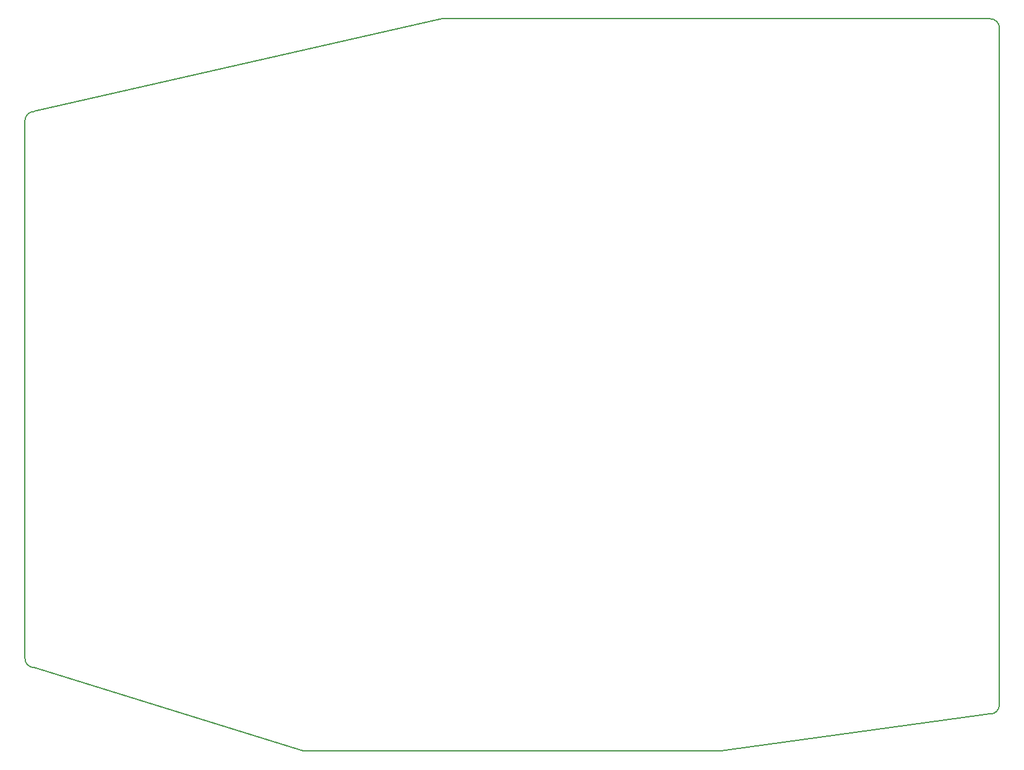
<source format=gbr>
G04 #@! TF.FileFunction,Profile,NP*
%FSLAX46Y46*%
G04 Gerber Fmt 4.6, Leading zero omitted, Abs format (unit mm)*
G04 Created by KiCad (PCBNEW 4.0.7+dfsg1-1~bpo9+1) date Sat May 26 14:22:04 2018*
%MOMM*%
%LPD*%
G01*
G04 APERTURE LIST*
%ADD10C,0.100000*%
%ADD11C,0.150000*%
G04 APERTURE END LIST*
D10*
D11*
X48895000Y-117475000D02*
X85725000Y-128905000D01*
X47625000Y-116205000D02*
G75*
G03X48895000Y-117475000I1270000J0D01*
G01*
X47625000Y-42545000D02*
X47625000Y-116205000D01*
X48895000Y-41275000D02*
X104775000Y-28575000D01*
X48895000Y-41275000D02*
G75*
G03X47625000Y-42545000I0J-1270000D01*
G01*
X142875000Y-128905000D02*
X85725000Y-128905000D01*
X179705000Y-123825000D02*
X142875000Y-128905000D01*
X179705000Y-123825000D02*
G75*
G03X180975000Y-122555000I0J1270000D01*
G01*
X180975000Y-29845000D02*
X180975000Y-122555000D01*
X104775000Y-28575000D02*
X179705000Y-28575000D01*
X180975000Y-29845000D02*
G75*
G03X179705000Y-28575000I-1270000J0D01*
G01*
M02*

</source>
